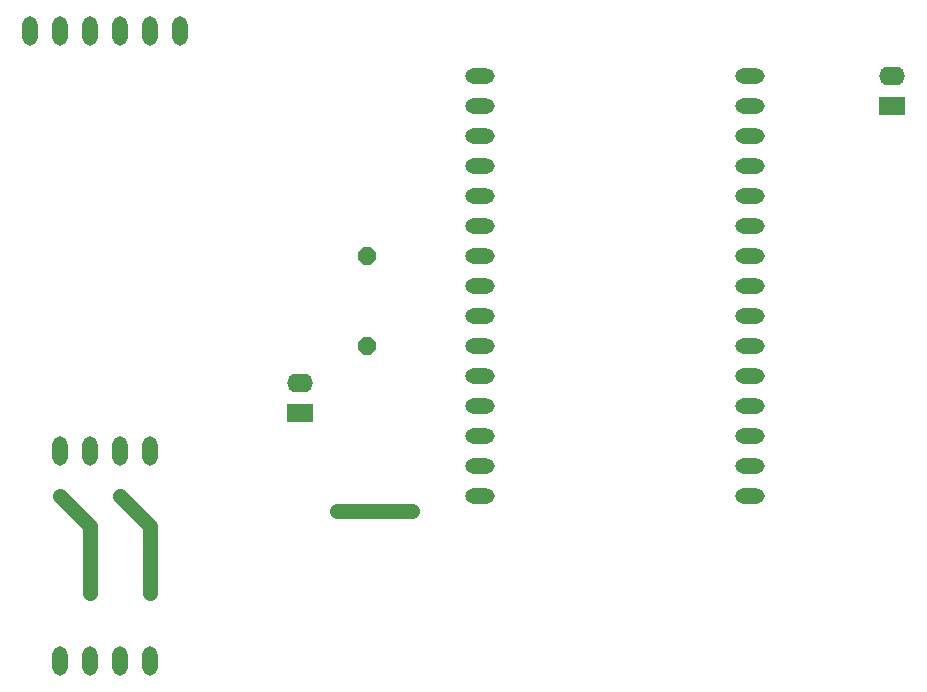
<source format=gtl>
G04 --- HEADER BEGIN --- *
%TF.GenerationSoftware,LibrePCB,LibrePCB,0.1.4*%
%TF.CreationDate,2020-05-17T22:52:56*%
%TF.ProjectId,Weather-Station-v1 - default,0f98d3d9-bdb5-4b12-bb1d-3210ebaa1a1a,v1*%
%TF.Part,Single*%
%FSLAX66Y66*%
%MOMM*%
G01*
G74*
G04 --- HEADER END --- *
G04 --- APERTURE LIST BEGIN --- *
%ADD10O,2.5X1.3*%
%ADD11O,1.3X2.5*%
%ADD12P,1.6256X8X112.5*%
%ADD13O,2.19X1.587*%
%ADD14R,2.19X1.587*%
%ADD15C,0.7*%
%ADD16C,1.3*%
G04 --- APERTURE LIST END --- *
G04 --- BOARD BEGIN --- *
D10*
X50165000Y52705000D03*
X50165000Y57785000D03*
X50165000Y50165000D03*
X73025000Y32385000D03*
X50165000Y32385000D03*
X73025000Y47625000D03*
X50165000Y55245000D03*
X50165000Y60325000D03*
X73025000Y65405000D03*
X73025000Y62865000D03*
X73025000Y37465000D03*
X50165000Y40005000D03*
X73025000Y42545000D03*
X50165000Y45085000D03*
X73025000Y52705000D03*
X50165000Y37465000D03*
X50165000Y67945000D03*
X73025000Y34925000D03*
X50165000Y47625000D03*
X50165000Y42545000D03*
X50165000Y34925000D03*
X73025000Y55245000D03*
X73025000Y45085000D03*
X73025000Y40005000D03*
X73025000Y67945000D03*
X73025000Y60325000D03*
X73025000Y57785000D03*
X73025000Y50165000D03*
X50165000Y65405000D03*
X50165000Y62865000D03*
D11*
X17145000Y18415000D03*
X22225000Y18415000D03*
X14605000Y18415000D03*
X19685000Y18415000D03*
D12*
X40640000Y52705000D03*
X40640000Y45085000D03*
D13*
X34925000Y41910000D03*
D14*
X34925000Y39370000D03*
D13*
X85090000Y67945000D03*
D14*
X85090000Y65405000D03*
D11*
X22225000Y71755000D03*
X12065000Y71755000D03*
X24765000Y71755000D03*
X19685000Y71755000D03*
X17145000Y36195000D03*
X17145000Y71755000D03*
X19685000Y36195000D03*
X14605000Y71755000D03*
X14605000Y36195000D03*
X22225000Y36195000D03*
D15*
X22225000Y24130000D03*
X19685000Y32385000D03*
X44450000Y31115000D03*
X14605000Y32385000D03*
X38100000Y31115000D03*
X17145000Y24130000D03*
D16*
X19685000Y32385000D02*
X22225000Y29845000D01*
X22225000Y24130000D02*
X22225000Y29845000D01*
X14605000Y32385000D02*
X17145000Y29845000D01*
X44450000Y31115000D02*
X38100000Y31115000D01*
X17145000Y29845000D02*
X17145000Y24130000D01*
G04 --- BOARD END --- *
%TF.MD5,ccb5a949c9db961511e058e7cdddb0ce*%
M02*

</source>
